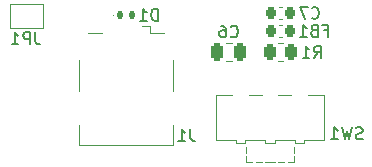
<source format=gbo>
G04 #@! TF.GenerationSoftware,KiCad,Pcbnew,(6.0.5-0)*
G04 #@! TF.CreationDate,2022-11-14T20:13:07-05:00*
G04 #@! TF.ProjectId,switchable-rf-attenuator,73776974-6368-4616-926c-652d72662d61,rev?*
G04 #@! TF.SameCoordinates,Original*
G04 #@! TF.FileFunction,Legend,Bot*
G04 #@! TF.FilePolarity,Positive*
%FSLAX46Y46*%
G04 Gerber Fmt 4.6, Leading zero omitted, Abs format (unit mm)*
G04 Created by KiCad (PCBNEW (6.0.5-0)) date 2022-11-14 20:13:07*
%MOMM*%
%LPD*%
G01*
G04 APERTURE LIST*
G04 Aperture macros list*
%AMRoundRect*
0 Rectangle with rounded corners*
0 $1 Rounding radius*
0 $2 $3 $4 $5 $6 $7 $8 $9 X,Y pos of 4 corners*
0 Add a 4 corners polygon primitive as box body*
4,1,4,$2,$3,$4,$5,$6,$7,$8,$9,$2,$3,0*
0 Add four circle primitives for the rounded corners*
1,1,$1+$1,$2,$3*
1,1,$1+$1,$4,$5*
1,1,$1+$1,$6,$7*
1,1,$1+$1,$8,$9*
0 Add four rect primitives between the rounded corners*
20,1,$1+$1,$2,$3,$4,$5,0*
20,1,$1+$1,$4,$5,$6,$7,0*
20,1,$1+$1,$6,$7,$8,$9,0*
20,1,$1+$1,$8,$9,$2,$3,0*%
%AMFreePoly0*
4,1,6,1.000000,0.000000,0.500000,-0.750000,-0.500000,-0.750000,-0.500000,0.750000,0.500000,0.750000,1.000000,0.000000,1.000000,0.000000,$1*%
%AMFreePoly1*
4,1,6,0.500000,-0.750000,-0.650000,-0.750000,-0.150000,0.000000,-0.650000,0.750000,0.500000,0.750000,0.500000,-0.750000,0.500000,-0.750000,$1*%
G04 Aperture macros list end*
%ADD10C,0.150000*%
%ADD11C,0.120000*%
%ADD12C,0.100000*%
%ADD13C,0.700000*%
%ADD14C,4.400000*%
%ADD15R,4.190000X2.665000*%
%ADD16C,0.900000*%
%ADD17R,1.250000X2.500000*%
%ADD18RoundRect,0.218750X-0.218750X-0.256250X0.218750X-0.256250X0.218750X0.256250X-0.218750X0.256250X0*%
%ADD19RoundRect,0.147500X-0.147500X-0.172500X0.147500X-0.172500X0.147500X0.172500X-0.147500X0.172500X0*%
%ADD20FreePoly0,180.000000*%
%ADD21FreePoly1,180.000000*%
%ADD22RoundRect,0.225000X-0.225000X-0.250000X0.225000X-0.250000X0.225000X0.250000X-0.225000X0.250000X0*%
%ADD23RoundRect,0.250000X0.262500X0.450000X-0.262500X0.450000X-0.262500X-0.450000X0.262500X-0.450000X0*%
%ADD24RoundRect,0.250000X0.250000X0.475000X-0.250000X0.475000X-0.250000X-0.475000X0.250000X-0.475000X0*%
%ADD25R,0.500000X2.500000*%
%ADD26R,2.000000X2.500000*%
G04 APERTURE END LIST*
D10*
X184183333Y-135904761D02*
X184040476Y-135952380D01*
X183802380Y-135952380D01*
X183707142Y-135904761D01*
X183659523Y-135857142D01*
X183611904Y-135761904D01*
X183611904Y-135666666D01*
X183659523Y-135571428D01*
X183707142Y-135523809D01*
X183802380Y-135476190D01*
X183992857Y-135428571D01*
X184088095Y-135380952D01*
X184135714Y-135333333D01*
X184183333Y-135238095D01*
X184183333Y-135142857D01*
X184135714Y-135047619D01*
X184088095Y-135000000D01*
X183992857Y-134952380D01*
X183754761Y-134952380D01*
X183611904Y-135000000D01*
X183278571Y-134952380D02*
X183040476Y-135952380D01*
X182850000Y-135238095D01*
X182659523Y-135952380D01*
X182421428Y-134952380D01*
X181516666Y-135952380D02*
X182088095Y-135952380D01*
X181802380Y-135952380D02*
X181802380Y-134952380D01*
X181897619Y-135095238D01*
X181992857Y-135190476D01*
X182088095Y-135238095D01*
X180933333Y-126728571D02*
X181266666Y-126728571D01*
X181266666Y-127252380D02*
X181266666Y-126252380D01*
X180790476Y-126252380D01*
X180076190Y-126728571D02*
X179933333Y-126776190D01*
X179885714Y-126823809D01*
X179838095Y-126919047D01*
X179838095Y-127061904D01*
X179885714Y-127157142D01*
X179933333Y-127204761D01*
X180028571Y-127252380D01*
X180409523Y-127252380D01*
X180409523Y-126252380D01*
X180076190Y-126252380D01*
X179980952Y-126300000D01*
X179933333Y-126347619D01*
X179885714Y-126442857D01*
X179885714Y-126538095D01*
X179933333Y-126633333D01*
X179980952Y-126680952D01*
X180076190Y-126728571D01*
X180409523Y-126728571D01*
X178885714Y-127252380D02*
X179457142Y-127252380D01*
X179171428Y-127252380D02*
X179171428Y-126252380D01*
X179266666Y-126395238D01*
X179361904Y-126490476D01*
X179457142Y-126538095D01*
X166848095Y-125902380D02*
X166848095Y-124902380D01*
X166610000Y-124902380D01*
X166467142Y-124950000D01*
X166371904Y-125045238D01*
X166324285Y-125140476D01*
X166276666Y-125330952D01*
X166276666Y-125473809D01*
X166324285Y-125664285D01*
X166371904Y-125759523D01*
X166467142Y-125854761D01*
X166610000Y-125902380D01*
X166848095Y-125902380D01*
X165324285Y-125902380D02*
X165895714Y-125902380D01*
X165610000Y-125902380D02*
X165610000Y-124902380D01*
X165705238Y-125045238D01*
X165800476Y-125140476D01*
X165895714Y-125188095D01*
X156483333Y-126902380D02*
X156483333Y-127616666D01*
X156530952Y-127759523D01*
X156626190Y-127854761D01*
X156769047Y-127902380D01*
X156864285Y-127902380D01*
X156007142Y-127902380D02*
X156007142Y-126902380D01*
X155626190Y-126902380D01*
X155530952Y-126950000D01*
X155483333Y-126997619D01*
X155435714Y-127092857D01*
X155435714Y-127235714D01*
X155483333Y-127330952D01*
X155530952Y-127378571D01*
X155626190Y-127426190D01*
X156007142Y-127426190D01*
X154483333Y-127902380D02*
X155054761Y-127902380D01*
X154769047Y-127902380D02*
X154769047Y-126902380D01*
X154864285Y-127045238D01*
X154959523Y-127140476D01*
X155054761Y-127188095D01*
X179866666Y-125657142D02*
X179914285Y-125704761D01*
X180057142Y-125752380D01*
X180152380Y-125752380D01*
X180295238Y-125704761D01*
X180390476Y-125609523D01*
X180438095Y-125514285D01*
X180485714Y-125323809D01*
X180485714Y-125180952D01*
X180438095Y-124990476D01*
X180390476Y-124895238D01*
X180295238Y-124800000D01*
X180152380Y-124752380D01*
X180057142Y-124752380D01*
X179914285Y-124800000D01*
X179866666Y-124847619D01*
X179533333Y-124752380D02*
X178866666Y-124752380D01*
X179295238Y-125752380D01*
X180066666Y-129052380D02*
X180400000Y-128576190D01*
X180638095Y-129052380D02*
X180638095Y-128052380D01*
X180257142Y-128052380D01*
X180161904Y-128100000D01*
X180114285Y-128147619D01*
X180066666Y-128242857D01*
X180066666Y-128385714D01*
X180114285Y-128480952D01*
X180161904Y-128528571D01*
X180257142Y-128576190D01*
X180638095Y-128576190D01*
X179114285Y-129052380D02*
X179685714Y-129052380D01*
X179400000Y-129052380D02*
X179400000Y-128052380D01*
X179495238Y-128195238D01*
X179590476Y-128290476D01*
X179685714Y-128338095D01*
X173016666Y-127227142D02*
X173064285Y-127274761D01*
X173207142Y-127322380D01*
X173302380Y-127322380D01*
X173445238Y-127274761D01*
X173540476Y-127179523D01*
X173588095Y-127084285D01*
X173635714Y-126893809D01*
X173635714Y-126750952D01*
X173588095Y-126560476D01*
X173540476Y-126465238D01*
X173445238Y-126370000D01*
X173302380Y-126322380D01*
X173207142Y-126322380D01*
X173064285Y-126370000D01*
X173016666Y-126417619D01*
X172159523Y-126322380D02*
X172350000Y-126322380D01*
X172445238Y-126370000D01*
X172492857Y-126417619D01*
X172588095Y-126560476D01*
X172635714Y-126750952D01*
X172635714Y-127131904D01*
X172588095Y-127227142D01*
X172540476Y-127274761D01*
X172445238Y-127322380D01*
X172254761Y-127322380D01*
X172159523Y-127274761D01*
X172111904Y-127227142D01*
X172064285Y-127131904D01*
X172064285Y-126893809D01*
X172111904Y-126798571D01*
X172159523Y-126750952D01*
X172254761Y-126703333D01*
X172445238Y-126703333D01*
X172540476Y-126750952D01*
X172588095Y-126798571D01*
X172635714Y-126893809D01*
X169583333Y-135102380D02*
X169583333Y-135816666D01*
X169630952Y-135959523D01*
X169726190Y-136054761D01*
X169869047Y-136102380D01*
X169964285Y-136102380D01*
X168583333Y-136102380D02*
X169154761Y-136102380D01*
X168869047Y-136102380D02*
X168869047Y-135102380D01*
X168964285Y-135245238D01*
X169059523Y-135340476D01*
X169154761Y-135388095D01*
D11*
X174850000Y-137900000D02*
X174850000Y-137900000D01*
X180950000Y-136000000D02*
X180950000Y-132200000D01*
X178350000Y-137900000D02*
X178350000Y-137400000D01*
X175950000Y-136300000D02*
X176750000Y-136300000D01*
X174350000Y-137900000D02*
X174850000Y-137900000D01*
X175650000Y-137900000D02*
X175650000Y-137900000D01*
X178350000Y-136600000D02*
X178350000Y-136600000D01*
X174550000Y-132200000D02*
X175650000Y-132200000D01*
X176750000Y-136300000D02*
X176750000Y-136000000D01*
X171750000Y-136000000D02*
X173450000Y-136000000D01*
X179250000Y-136300000D02*
X179250000Y-136000000D01*
X173450000Y-136300000D02*
X174250000Y-136300000D01*
X175650000Y-132200000D02*
X175650000Y-132200000D01*
X174350000Y-137400000D02*
X174350000Y-137400000D01*
X178150000Y-132200000D02*
X178150000Y-132200000D01*
X176750000Y-136000000D02*
X178450000Y-136000000D01*
X178450000Y-136300000D02*
X179250000Y-136300000D01*
X177050000Y-132200000D02*
X178150000Y-132200000D01*
X174350000Y-136600000D02*
X174350000Y-136600000D01*
X171750000Y-132200000D02*
X171750000Y-136000000D01*
X177550000Y-137900000D02*
X177050000Y-137900000D01*
X178350000Y-137400000D02*
X178350000Y-137400000D01*
X174350000Y-137100000D02*
X174350000Y-136600000D01*
X177850000Y-137900000D02*
X177850000Y-137900000D01*
X173150000Y-132200000D02*
X171750000Y-132200000D01*
X180950000Y-136000000D02*
X180950000Y-136000000D01*
X174250000Y-136300000D02*
X174250000Y-136000000D01*
X174250000Y-136000000D02*
X175950000Y-136000000D01*
X175150000Y-137900000D02*
X175650000Y-137900000D01*
X173450000Y-136000000D02*
X173450000Y-136300000D01*
X175950000Y-137900000D02*
X176750000Y-137900000D01*
X179250000Y-136000000D02*
X180950000Y-136000000D01*
X177050000Y-137900000D02*
X177050000Y-137900000D01*
X175950000Y-136000000D02*
X175950000Y-136300000D01*
X178350000Y-137900000D02*
X177850000Y-137900000D01*
X178450000Y-136000000D02*
X178450000Y-136300000D01*
X174350000Y-137900000D02*
X174350000Y-137400000D01*
X180950000Y-132200000D02*
X179550000Y-132200000D01*
X178350000Y-137100000D02*
X178350000Y-136600000D01*
X176750000Y-137900000D02*
X176750000Y-137900000D01*
X177074721Y-126300000D02*
X177400279Y-126300000D01*
X177074721Y-127320000D02*
X177400279Y-127320000D01*
D12*
X163110000Y-125450000D02*
G75*
G03*
X163110000Y-125450000I-50000J0D01*
G01*
D11*
X157100000Y-126500000D02*
X157100000Y-124500000D01*
X154300000Y-124500000D02*
X154300000Y-126500000D01*
X157100000Y-124500000D02*
X154300000Y-124500000D01*
X154300000Y-126500000D02*
X157100000Y-126500000D01*
X177096920Y-124790000D02*
X177378080Y-124790000D01*
X177096920Y-125810000D02*
X177378080Y-125810000D01*
X177464564Y-129285000D02*
X177010436Y-129285000D01*
X177464564Y-127815000D02*
X177010436Y-127815000D01*
X173111252Y-127815000D02*
X172588748Y-127815000D01*
X173111252Y-129285000D02*
X172588748Y-129285000D01*
X168110000Y-131875000D02*
X168110000Y-129275000D01*
X168110000Y-134775000D02*
X168110000Y-136435000D01*
X160190000Y-136435000D02*
X160190000Y-134775000D01*
X168110000Y-136435000D02*
X160190000Y-136435000D01*
X160190000Y-129275000D02*
X160190000Y-131875000D01*
X162100000Y-126965000D02*
X160950000Y-126965000D01*
X167350000Y-126965000D02*
X166200000Y-126965000D01*
X166200000Y-126375000D02*
X165500000Y-126375000D01*
X166200000Y-126965000D02*
X166200000Y-126375000D01*
%LPC*%
D13*
X187350000Y-108300000D03*
X190166726Y-109466726D03*
X189000000Y-109950000D03*
X190650000Y-108300000D03*
X190166726Y-107133274D03*
X187833274Y-109466726D03*
D14*
X189000000Y-108300000D03*
D13*
X187833274Y-107133274D03*
X189000000Y-106650000D03*
D15*
X147800000Y-114507500D03*
X147800000Y-121492500D03*
D13*
X149316726Y-132033274D03*
X148150000Y-131550000D03*
X148150000Y-134850000D03*
X149316726Y-134366726D03*
X146500000Y-133200000D03*
X146983274Y-134366726D03*
X146983274Y-132033274D03*
X149800000Y-133200000D03*
D14*
X148200000Y-133200000D03*
D15*
X190200000Y-121492500D03*
X190200000Y-114507500D03*
D13*
X149366726Y-109466726D03*
X147033274Y-107133274D03*
X146550000Y-108300000D03*
X147033274Y-109466726D03*
D14*
X148200000Y-108300000D03*
D13*
X149366726Y-107133274D03*
X149850000Y-108300000D03*
X148200000Y-106650000D03*
X148200000Y-109950000D03*
X187833274Y-134366726D03*
X190166726Y-132033274D03*
X190650000Y-133200000D03*
D14*
X189000000Y-133200000D03*
D13*
X189000000Y-134850000D03*
X189000000Y-131550000D03*
X187350000Y-133200000D03*
X190166726Y-134366726D03*
X187833274Y-132033274D03*
D16*
X172950000Y-134100000D03*
X179750000Y-134100000D03*
D17*
X178850000Y-131350000D03*
X176350000Y-131350000D03*
X173850000Y-131350000D03*
D18*
X176450000Y-126810000D03*
X178025000Y-126810000D03*
D19*
X163665000Y-125450000D03*
X164635000Y-125450000D03*
D20*
X156425000Y-125500000D03*
D21*
X154975000Y-125500000D03*
D22*
X176462500Y-125300000D03*
X178012500Y-125300000D03*
D23*
X178150000Y-128550000D03*
X176325000Y-128550000D03*
D24*
X173800000Y-128550000D03*
X171900000Y-128550000D03*
D16*
X161950000Y-130425000D03*
X166350000Y-130425000D03*
D25*
X165750000Y-127825000D03*
X164950000Y-127825000D03*
X164150000Y-127825000D03*
X163350000Y-127825000D03*
X162550000Y-127825000D03*
D26*
X168550000Y-127825000D03*
X159750000Y-133325000D03*
X168550000Y-133325000D03*
X159750000Y-127825000D03*
M02*

</source>
